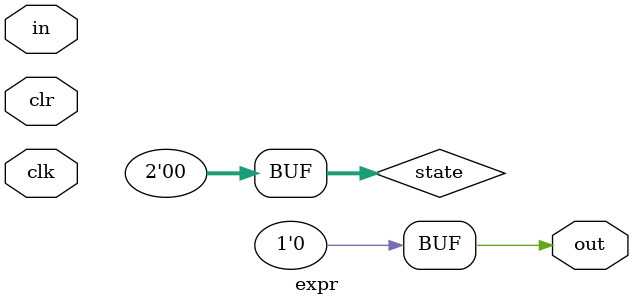
<source format=v>
`timescale 1ns / 1ps
`define S0 2'b00
`define S1 2'b01
`define S2 2'b10
`define S3 2'b11

module expr(
    input clk,
    input clr,
    input [7:0] in,
    output reg out
    );
	 
	 reg [1:0] next_state = 0;
	 reg [1:0] state = 0;
	 
	 always @(state,in) begin
		case (state) 
			`S0 : begin
				next_state <= (in >= "0" && in <= "9") ? `S1 : `S3;
			end
			
			`S1 : begin
				next_state <= (in == "+" || in == "*") ? `S2 : `S3;
			end
			
			`S2 : begin
				next_state <= (in >= "0" && in <= "9") ? `S1 : `S3;
			end
			
			default : begin
				next_state <= `S3;
			end
		endcase
	 end
	 
	 always @(posedge clk) begin
		if (clr) begin
			state <= 0;
		end else begin
			state <= next_state;
		end
	 end
	 
	 always @(state) begin
		out <= state == `S1 ? 1'b1 : 1'b0;
	 end
	 
	 always @(clr) begin
		state <= 0;
	 end

endmodule

</source>
